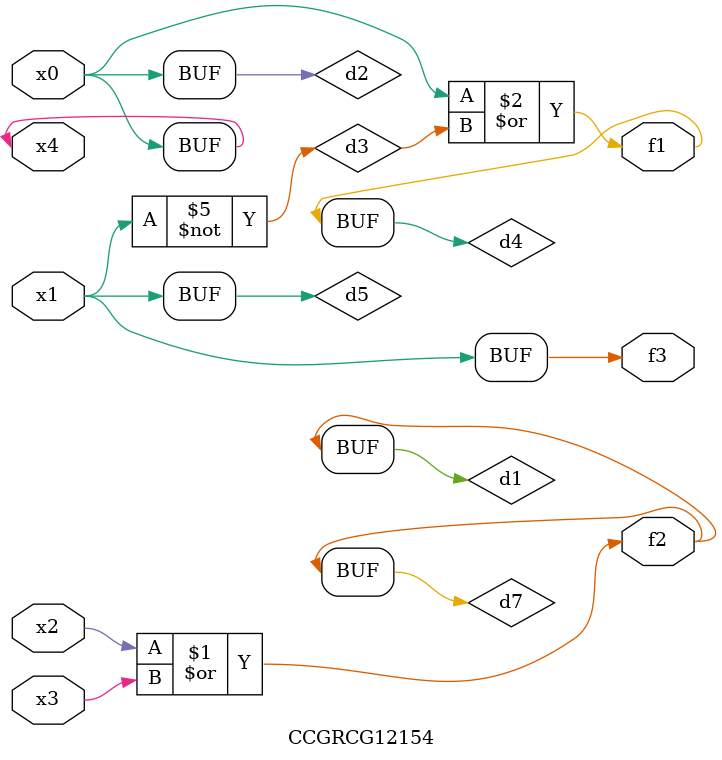
<source format=v>
module CCGRCG12154(
	input x0, x1, x2, x3, x4,
	output f1, f2, f3
);

	wire d1, d2, d3, d4, d5, d6, d7;

	or (d1, x2, x3);
	buf (d2, x0, x4);
	not (d3, x1);
	or (d4, d2, d3);
	not (d5, d3);
	nand (d6, d1, d3);
	or (d7, d1);
	assign f1 = d4;
	assign f2 = d7;
	assign f3 = d5;
endmodule

</source>
